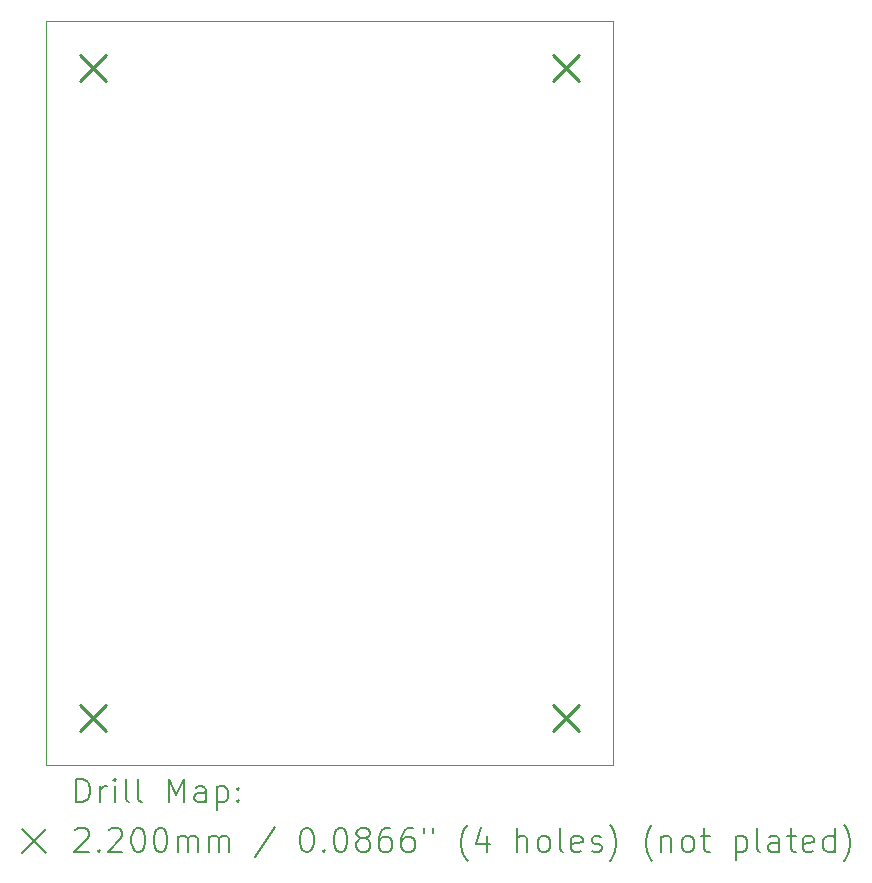
<source format=gbr>
%TF.GenerationSoftware,KiCad,Pcbnew,8.0.8*%
%TF.CreationDate,2025-01-19T15:48:11-06:00*%
%TF.ProjectId,Block-JAN6418,426c6f63-6b2d-44a4-914e-363431382e6b,rev?*%
%TF.SameCoordinates,Original*%
%TF.FileFunction,Drillmap*%
%TF.FilePolarity,Positive*%
%FSLAX45Y45*%
G04 Gerber Fmt 4.5, Leading zero omitted, Abs format (unit mm)*
G04 Created by KiCad (PCBNEW 8.0.8) date 2025-01-19 15:48:11*
%MOMM*%
%LPD*%
G01*
G04 APERTURE LIST*
%ADD10C,0.050000*%
%ADD11C,0.200000*%
%ADD12C,0.220000*%
G04 APERTURE END LIST*
D10*
X5000000Y-3500000D02*
X9800000Y-3500000D01*
X9800000Y-9800000D01*
X5000000Y-9800000D01*
X5000000Y-3500000D01*
D11*
D12*
X5290000Y-3790000D02*
X5510000Y-4010000D01*
X5510000Y-3790000D02*
X5290000Y-4010000D01*
X5290000Y-9290000D02*
X5510000Y-9510000D01*
X5510000Y-9290000D02*
X5290000Y-9510000D01*
X9290000Y-3790000D02*
X9510000Y-4010000D01*
X9510000Y-3790000D02*
X9290000Y-4010000D01*
X9290000Y-9290000D02*
X9510000Y-9510000D01*
X9510000Y-9290000D02*
X9290000Y-9510000D01*
D11*
X5258277Y-10113984D02*
X5258277Y-9913984D01*
X5258277Y-9913984D02*
X5305896Y-9913984D01*
X5305896Y-9913984D02*
X5334467Y-9923508D01*
X5334467Y-9923508D02*
X5353515Y-9942555D01*
X5353515Y-9942555D02*
X5363039Y-9961603D01*
X5363039Y-9961603D02*
X5372563Y-9999698D01*
X5372563Y-9999698D02*
X5372563Y-10028270D01*
X5372563Y-10028270D02*
X5363039Y-10066365D01*
X5363039Y-10066365D02*
X5353515Y-10085412D01*
X5353515Y-10085412D02*
X5334467Y-10104460D01*
X5334467Y-10104460D02*
X5305896Y-10113984D01*
X5305896Y-10113984D02*
X5258277Y-10113984D01*
X5458277Y-10113984D02*
X5458277Y-9980650D01*
X5458277Y-10018746D02*
X5467801Y-9999698D01*
X5467801Y-9999698D02*
X5477324Y-9990174D01*
X5477324Y-9990174D02*
X5496372Y-9980650D01*
X5496372Y-9980650D02*
X5515420Y-9980650D01*
X5582086Y-10113984D02*
X5582086Y-9980650D01*
X5582086Y-9913984D02*
X5572563Y-9923508D01*
X5572563Y-9923508D02*
X5582086Y-9933031D01*
X5582086Y-9933031D02*
X5591610Y-9923508D01*
X5591610Y-9923508D02*
X5582086Y-9913984D01*
X5582086Y-9913984D02*
X5582086Y-9933031D01*
X5705896Y-10113984D02*
X5686848Y-10104460D01*
X5686848Y-10104460D02*
X5677324Y-10085412D01*
X5677324Y-10085412D02*
X5677324Y-9913984D01*
X5810658Y-10113984D02*
X5791610Y-10104460D01*
X5791610Y-10104460D02*
X5782086Y-10085412D01*
X5782086Y-10085412D02*
X5782086Y-9913984D01*
X6039229Y-10113984D02*
X6039229Y-9913984D01*
X6039229Y-9913984D02*
X6105896Y-10056841D01*
X6105896Y-10056841D02*
X6172562Y-9913984D01*
X6172562Y-9913984D02*
X6172562Y-10113984D01*
X6353515Y-10113984D02*
X6353515Y-10009222D01*
X6353515Y-10009222D02*
X6343991Y-9990174D01*
X6343991Y-9990174D02*
X6324943Y-9980650D01*
X6324943Y-9980650D02*
X6286848Y-9980650D01*
X6286848Y-9980650D02*
X6267801Y-9990174D01*
X6353515Y-10104460D02*
X6334467Y-10113984D01*
X6334467Y-10113984D02*
X6286848Y-10113984D01*
X6286848Y-10113984D02*
X6267801Y-10104460D01*
X6267801Y-10104460D02*
X6258277Y-10085412D01*
X6258277Y-10085412D02*
X6258277Y-10066365D01*
X6258277Y-10066365D02*
X6267801Y-10047317D01*
X6267801Y-10047317D02*
X6286848Y-10037793D01*
X6286848Y-10037793D02*
X6334467Y-10037793D01*
X6334467Y-10037793D02*
X6353515Y-10028270D01*
X6448753Y-9980650D02*
X6448753Y-10180650D01*
X6448753Y-9990174D02*
X6467801Y-9980650D01*
X6467801Y-9980650D02*
X6505896Y-9980650D01*
X6505896Y-9980650D02*
X6524943Y-9990174D01*
X6524943Y-9990174D02*
X6534467Y-9999698D01*
X6534467Y-9999698D02*
X6543991Y-10018746D01*
X6543991Y-10018746D02*
X6543991Y-10075889D01*
X6543991Y-10075889D02*
X6534467Y-10094936D01*
X6534467Y-10094936D02*
X6524943Y-10104460D01*
X6524943Y-10104460D02*
X6505896Y-10113984D01*
X6505896Y-10113984D02*
X6467801Y-10113984D01*
X6467801Y-10113984D02*
X6448753Y-10104460D01*
X6629705Y-10094936D02*
X6639229Y-10104460D01*
X6639229Y-10104460D02*
X6629705Y-10113984D01*
X6629705Y-10113984D02*
X6620182Y-10104460D01*
X6620182Y-10104460D02*
X6629705Y-10094936D01*
X6629705Y-10094936D02*
X6629705Y-10113984D01*
X6629705Y-9990174D02*
X6639229Y-9999698D01*
X6639229Y-9999698D02*
X6629705Y-10009222D01*
X6629705Y-10009222D02*
X6620182Y-9999698D01*
X6620182Y-9999698D02*
X6629705Y-9990174D01*
X6629705Y-9990174D02*
X6629705Y-10009222D01*
X4797500Y-10342500D02*
X4997500Y-10542500D01*
X4997500Y-10342500D02*
X4797500Y-10542500D01*
X5248753Y-10353031D02*
X5258277Y-10343508D01*
X5258277Y-10343508D02*
X5277324Y-10333984D01*
X5277324Y-10333984D02*
X5324944Y-10333984D01*
X5324944Y-10333984D02*
X5343991Y-10343508D01*
X5343991Y-10343508D02*
X5353515Y-10353031D01*
X5353515Y-10353031D02*
X5363039Y-10372079D01*
X5363039Y-10372079D02*
X5363039Y-10391127D01*
X5363039Y-10391127D02*
X5353515Y-10419698D01*
X5353515Y-10419698D02*
X5239229Y-10533984D01*
X5239229Y-10533984D02*
X5363039Y-10533984D01*
X5448753Y-10514936D02*
X5458277Y-10524460D01*
X5458277Y-10524460D02*
X5448753Y-10533984D01*
X5448753Y-10533984D02*
X5439229Y-10524460D01*
X5439229Y-10524460D02*
X5448753Y-10514936D01*
X5448753Y-10514936D02*
X5448753Y-10533984D01*
X5534467Y-10353031D02*
X5543991Y-10343508D01*
X5543991Y-10343508D02*
X5563039Y-10333984D01*
X5563039Y-10333984D02*
X5610658Y-10333984D01*
X5610658Y-10333984D02*
X5629705Y-10343508D01*
X5629705Y-10343508D02*
X5639229Y-10353031D01*
X5639229Y-10353031D02*
X5648753Y-10372079D01*
X5648753Y-10372079D02*
X5648753Y-10391127D01*
X5648753Y-10391127D02*
X5639229Y-10419698D01*
X5639229Y-10419698D02*
X5524944Y-10533984D01*
X5524944Y-10533984D02*
X5648753Y-10533984D01*
X5772562Y-10333984D02*
X5791610Y-10333984D01*
X5791610Y-10333984D02*
X5810658Y-10343508D01*
X5810658Y-10343508D02*
X5820182Y-10353031D01*
X5820182Y-10353031D02*
X5829705Y-10372079D01*
X5829705Y-10372079D02*
X5839229Y-10410174D01*
X5839229Y-10410174D02*
X5839229Y-10457793D01*
X5839229Y-10457793D02*
X5829705Y-10495889D01*
X5829705Y-10495889D02*
X5820182Y-10514936D01*
X5820182Y-10514936D02*
X5810658Y-10524460D01*
X5810658Y-10524460D02*
X5791610Y-10533984D01*
X5791610Y-10533984D02*
X5772562Y-10533984D01*
X5772562Y-10533984D02*
X5753515Y-10524460D01*
X5753515Y-10524460D02*
X5743991Y-10514936D01*
X5743991Y-10514936D02*
X5734467Y-10495889D01*
X5734467Y-10495889D02*
X5724943Y-10457793D01*
X5724943Y-10457793D02*
X5724943Y-10410174D01*
X5724943Y-10410174D02*
X5734467Y-10372079D01*
X5734467Y-10372079D02*
X5743991Y-10353031D01*
X5743991Y-10353031D02*
X5753515Y-10343508D01*
X5753515Y-10343508D02*
X5772562Y-10333984D01*
X5963039Y-10333984D02*
X5982086Y-10333984D01*
X5982086Y-10333984D02*
X6001134Y-10343508D01*
X6001134Y-10343508D02*
X6010658Y-10353031D01*
X6010658Y-10353031D02*
X6020182Y-10372079D01*
X6020182Y-10372079D02*
X6029705Y-10410174D01*
X6029705Y-10410174D02*
X6029705Y-10457793D01*
X6029705Y-10457793D02*
X6020182Y-10495889D01*
X6020182Y-10495889D02*
X6010658Y-10514936D01*
X6010658Y-10514936D02*
X6001134Y-10524460D01*
X6001134Y-10524460D02*
X5982086Y-10533984D01*
X5982086Y-10533984D02*
X5963039Y-10533984D01*
X5963039Y-10533984D02*
X5943991Y-10524460D01*
X5943991Y-10524460D02*
X5934467Y-10514936D01*
X5934467Y-10514936D02*
X5924943Y-10495889D01*
X5924943Y-10495889D02*
X5915420Y-10457793D01*
X5915420Y-10457793D02*
X5915420Y-10410174D01*
X5915420Y-10410174D02*
X5924943Y-10372079D01*
X5924943Y-10372079D02*
X5934467Y-10353031D01*
X5934467Y-10353031D02*
X5943991Y-10343508D01*
X5943991Y-10343508D02*
X5963039Y-10333984D01*
X6115420Y-10533984D02*
X6115420Y-10400650D01*
X6115420Y-10419698D02*
X6124943Y-10410174D01*
X6124943Y-10410174D02*
X6143991Y-10400650D01*
X6143991Y-10400650D02*
X6172563Y-10400650D01*
X6172563Y-10400650D02*
X6191610Y-10410174D01*
X6191610Y-10410174D02*
X6201134Y-10429222D01*
X6201134Y-10429222D02*
X6201134Y-10533984D01*
X6201134Y-10429222D02*
X6210658Y-10410174D01*
X6210658Y-10410174D02*
X6229705Y-10400650D01*
X6229705Y-10400650D02*
X6258277Y-10400650D01*
X6258277Y-10400650D02*
X6277324Y-10410174D01*
X6277324Y-10410174D02*
X6286848Y-10429222D01*
X6286848Y-10429222D02*
X6286848Y-10533984D01*
X6382086Y-10533984D02*
X6382086Y-10400650D01*
X6382086Y-10419698D02*
X6391610Y-10410174D01*
X6391610Y-10410174D02*
X6410658Y-10400650D01*
X6410658Y-10400650D02*
X6439229Y-10400650D01*
X6439229Y-10400650D02*
X6458277Y-10410174D01*
X6458277Y-10410174D02*
X6467801Y-10429222D01*
X6467801Y-10429222D02*
X6467801Y-10533984D01*
X6467801Y-10429222D02*
X6477324Y-10410174D01*
X6477324Y-10410174D02*
X6496372Y-10400650D01*
X6496372Y-10400650D02*
X6524943Y-10400650D01*
X6524943Y-10400650D02*
X6543991Y-10410174D01*
X6543991Y-10410174D02*
X6553515Y-10429222D01*
X6553515Y-10429222D02*
X6553515Y-10533984D01*
X6943991Y-10324460D02*
X6772563Y-10581603D01*
X7201134Y-10333984D02*
X7220182Y-10333984D01*
X7220182Y-10333984D02*
X7239229Y-10343508D01*
X7239229Y-10343508D02*
X7248753Y-10353031D01*
X7248753Y-10353031D02*
X7258277Y-10372079D01*
X7258277Y-10372079D02*
X7267801Y-10410174D01*
X7267801Y-10410174D02*
X7267801Y-10457793D01*
X7267801Y-10457793D02*
X7258277Y-10495889D01*
X7258277Y-10495889D02*
X7248753Y-10514936D01*
X7248753Y-10514936D02*
X7239229Y-10524460D01*
X7239229Y-10524460D02*
X7220182Y-10533984D01*
X7220182Y-10533984D02*
X7201134Y-10533984D01*
X7201134Y-10533984D02*
X7182086Y-10524460D01*
X7182086Y-10524460D02*
X7172563Y-10514936D01*
X7172563Y-10514936D02*
X7163039Y-10495889D01*
X7163039Y-10495889D02*
X7153515Y-10457793D01*
X7153515Y-10457793D02*
X7153515Y-10410174D01*
X7153515Y-10410174D02*
X7163039Y-10372079D01*
X7163039Y-10372079D02*
X7172563Y-10353031D01*
X7172563Y-10353031D02*
X7182086Y-10343508D01*
X7182086Y-10343508D02*
X7201134Y-10333984D01*
X7353515Y-10514936D02*
X7363039Y-10524460D01*
X7363039Y-10524460D02*
X7353515Y-10533984D01*
X7353515Y-10533984D02*
X7343991Y-10524460D01*
X7343991Y-10524460D02*
X7353515Y-10514936D01*
X7353515Y-10514936D02*
X7353515Y-10533984D01*
X7486848Y-10333984D02*
X7505896Y-10333984D01*
X7505896Y-10333984D02*
X7524944Y-10343508D01*
X7524944Y-10343508D02*
X7534467Y-10353031D01*
X7534467Y-10353031D02*
X7543991Y-10372079D01*
X7543991Y-10372079D02*
X7553515Y-10410174D01*
X7553515Y-10410174D02*
X7553515Y-10457793D01*
X7553515Y-10457793D02*
X7543991Y-10495889D01*
X7543991Y-10495889D02*
X7534467Y-10514936D01*
X7534467Y-10514936D02*
X7524944Y-10524460D01*
X7524944Y-10524460D02*
X7505896Y-10533984D01*
X7505896Y-10533984D02*
X7486848Y-10533984D01*
X7486848Y-10533984D02*
X7467801Y-10524460D01*
X7467801Y-10524460D02*
X7458277Y-10514936D01*
X7458277Y-10514936D02*
X7448753Y-10495889D01*
X7448753Y-10495889D02*
X7439229Y-10457793D01*
X7439229Y-10457793D02*
X7439229Y-10410174D01*
X7439229Y-10410174D02*
X7448753Y-10372079D01*
X7448753Y-10372079D02*
X7458277Y-10353031D01*
X7458277Y-10353031D02*
X7467801Y-10343508D01*
X7467801Y-10343508D02*
X7486848Y-10333984D01*
X7667801Y-10419698D02*
X7648753Y-10410174D01*
X7648753Y-10410174D02*
X7639229Y-10400650D01*
X7639229Y-10400650D02*
X7629706Y-10381603D01*
X7629706Y-10381603D02*
X7629706Y-10372079D01*
X7629706Y-10372079D02*
X7639229Y-10353031D01*
X7639229Y-10353031D02*
X7648753Y-10343508D01*
X7648753Y-10343508D02*
X7667801Y-10333984D01*
X7667801Y-10333984D02*
X7705896Y-10333984D01*
X7705896Y-10333984D02*
X7724944Y-10343508D01*
X7724944Y-10343508D02*
X7734467Y-10353031D01*
X7734467Y-10353031D02*
X7743991Y-10372079D01*
X7743991Y-10372079D02*
X7743991Y-10381603D01*
X7743991Y-10381603D02*
X7734467Y-10400650D01*
X7734467Y-10400650D02*
X7724944Y-10410174D01*
X7724944Y-10410174D02*
X7705896Y-10419698D01*
X7705896Y-10419698D02*
X7667801Y-10419698D01*
X7667801Y-10419698D02*
X7648753Y-10429222D01*
X7648753Y-10429222D02*
X7639229Y-10438746D01*
X7639229Y-10438746D02*
X7629706Y-10457793D01*
X7629706Y-10457793D02*
X7629706Y-10495889D01*
X7629706Y-10495889D02*
X7639229Y-10514936D01*
X7639229Y-10514936D02*
X7648753Y-10524460D01*
X7648753Y-10524460D02*
X7667801Y-10533984D01*
X7667801Y-10533984D02*
X7705896Y-10533984D01*
X7705896Y-10533984D02*
X7724944Y-10524460D01*
X7724944Y-10524460D02*
X7734467Y-10514936D01*
X7734467Y-10514936D02*
X7743991Y-10495889D01*
X7743991Y-10495889D02*
X7743991Y-10457793D01*
X7743991Y-10457793D02*
X7734467Y-10438746D01*
X7734467Y-10438746D02*
X7724944Y-10429222D01*
X7724944Y-10429222D02*
X7705896Y-10419698D01*
X7915420Y-10333984D02*
X7877325Y-10333984D01*
X7877325Y-10333984D02*
X7858277Y-10343508D01*
X7858277Y-10343508D02*
X7848753Y-10353031D01*
X7848753Y-10353031D02*
X7829706Y-10381603D01*
X7829706Y-10381603D02*
X7820182Y-10419698D01*
X7820182Y-10419698D02*
X7820182Y-10495889D01*
X7820182Y-10495889D02*
X7829706Y-10514936D01*
X7829706Y-10514936D02*
X7839229Y-10524460D01*
X7839229Y-10524460D02*
X7858277Y-10533984D01*
X7858277Y-10533984D02*
X7896372Y-10533984D01*
X7896372Y-10533984D02*
X7915420Y-10524460D01*
X7915420Y-10524460D02*
X7924944Y-10514936D01*
X7924944Y-10514936D02*
X7934467Y-10495889D01*
X7934467Y-10495889D02*
X7934467Y-10448270D01*
X7934467Y-10448270D02*
X7924944Y-10429222D01*
X7924944Y-10429222D02*
X7915420Y-10419698D01*
X7915420Y-10419698D02*
X7896372Y-10410174D01*
X7896372Y-10410174D02*
X7858277Y-10410174D01*
X7858277Y-10410174D02*
X7839229Y-10419698D01*
X7839229Y-10419698D02*
X7829706Y-10429222D01*
X7829706Y-10429222D02*
X7820182Y-10448270D01*
X8105896Y-10333984D02*
X8067801Y-10333984D01*
X8067801Y-10333984D02*
X8048753Y-10343508D01*
X8048753Y-10343508D02*
X8039229Y-10353031D01*
X8039229Y-10353031D02*
X8020182Y-10381603D01*
X8020182Y-10381603D02*
X8010658Y-10419698D01*
X8010658Y-10419698D02*
X8010658Y-10495889D01*
X8010658Y-10495889D02*
X8020182Y-10514936D01*
X8020182Y-10514936D02*
X8029706Y-10524460D01*
X8029706Y-10524460D02*
X8048753Y-10533984D01*
X8048753Y-10533984D02*
X8086848Y-10533984D01*
X8086848Y-10533984D02*
X8105896Y-10524460D01*
X8105896Y-10524460D02*
X8115420Y-10514936D01*
X8115420Y-10514936D02*
X8124944Y-10495889D01*
X8124944Y-10495889D02*
X8124944Y-10448270D01*
X8124944Y-10448270D02*
X8115420Y-10429222D01*
X8115420Y-10429222D02*
X8105896Y-10419698D01*
X8105896Y-10419698D02*
X8086848Y-10410174D01*
X8086848Y-10410174D02*
X8048753Y-10410174D01*
X8048753Y-10410174D02*
X8029706Y-10419698D01*
X8029706Y-10419698D02*
X8020182Y-10429222D01*
X8020182Y-10429222D02*
X8010658Y-10448270D01*
X8201134Y-10333984D02*
X8201134Y-10372079D01*
X8277325Y-10333984D02*
X8277325Y-10372079D01*
X8572563Y-10610174D02*
X8563039Y-10600650D01*
X8563039Y-10600650D02*
X8543991Y-10572079D01*
X8543991Y-10572079D02*
X8534468Y-10553031D01*
X8534468Y-10553031D02*
X8524944Y-10524460D01*
X8524944Y-10524460D02*
X8515420Y-10476841D01*
X8515420Y-10476841D02*
X8515420Y-10438746D01*
X8515420Y-10438746D02*
X8524944Y-10391127D01*
X8524944Y-10391127D02*
X8534468Y-10362555D01*
X8534468Y-10362555D02*
X8543991Y-10343508D01*
X8543991Y-10343508D02*
X8563039Y-10314936D01*
X8563039Y-10314936D02*
X8572563Y-10305412D01*
X8734468Y-10400650D02*
X8734468Y-10533984D01*
X8686849Y-10324460D02*
X8639230Y-10467317D01*
X8639230Y-10467317D02*
X8763039Y-10467317D01*
X8991611Y-10533984D02*
X8991611Y-10333984D01*
X9077325Y-10533984D02*
X9077325Y-10429222D01*
X9077325Y-10429222D02*
X9067801Y-10410174D01*
X9067801Y-10410174D02*
X9048753Y-10400650D01*
X9048753Y-10400650D02*
X9020182Y-10400650D01*
X9020182Y-10400650D02*
X9001134Y-10410174D01*
X9001134Y-10410174D02*
X8991611Y-10419698D01*
X9201134Y-10533984D02*
X9182087Y-10524460D01*
X9182087Y-10524460D02*
X9172563Y-10514936D01*
X9172563Y-10514936D02*
X9163039Y-10495889D01*
X9163039Y-10495889D02*
X9163039Y-10438746D01*
X9163039Y-10438746D02*
X9172563Y-10419698D01*
X9172563Y-10419698D02*
X9182087Y-10410174D01*
X9182087Y-10410174D02*
X9201134Y-10400650D01*
X9201134Y-10400650D02*
X9229706Y-10400650D01*
X9229706Y-10400650D02*
X9248753Y-10410174D01*
X9248753Y-10410174D02*
X9258277Y-10419698D01*
X9258277Y-10419698D02*
X9267801Y-10438746D01*
X9267801Y-10438746D02*
X9267801Y-10495889D01*
X9267801Y-10495889D02*
X9258277Y-10514936D01*
X9258277Y-10514936D02*
X9248753Y-10524460D01*
X9248753Y-10524460D02*
X9229706Y-10533984D01*
X9229706Y-10533984D02*
X9201134Y-10533984D01*
X9382087Y-10533984D02*
X9363039Y-10524460D01*
X9363039Y-10524460D02*
X9353515Y-10505412D01*
X9353515Y-10505412D02*
X9353515Y-10333984D01*
X9534468Y-10524460D02*
X9515420Y-10533984D01*
X9515420Y-10533984D02*
X9477325Y-10533984D01*
X9477325Y-10533984D02*
X9458277Y-10524460D01*
X9458277Y-10524460D02*
X9448753Y-10505412D01*
X9448753Y-10505412D02*
X9448753Y-10429222D01*
X9448753Y-10429222D02*
X9458277Y-10410174D01*
X9458277Y-10410174D02*
X9477325Y-10400650D01*
X9477325Y-10400650D02*
X9515420Y-10400650D01*
X9515420Y-10400650D02*
X9534468Y-10410174D01*
X9534468Y-10410174D02*
X9543992Y-10429222D01*
X9543992Y-10429222D02*
X9543992Y-10448270D01*
X9543992Y-10448270D02*
X9448753Y-10467317D01*
X9620182Y-10524460D02*
X9639230Y-10533984D01*
X9639230Y-10533984D02*
X9677325Y-10533984D01*
X9677325Y-10533984D02*
X9696373Y-10524460D01*
X9696373Y-10524460D02*
X9705896Y-10505412D01*
X9705896Y-10505412D02*
X9705896Y-10495889D01*
X9705896Y-10495889D02*
X9696373Y-10476841D01*
X9696373Y-10476841D02*
X9677325Y-10467317D01*
X9677325Y-10467317D02*
X9648753Y-10467317D01*
X9648753Y-10467317D02*
X9629706Y-10457793D01*
X9629706Y-10457793D02*
X9620182Y-10438746D01*
X9620182Y-10438746D02*
X9620182Y-10429222D01*
X9620182Y-10429222D02*
X9629706Y-10410174D01*
X9629706Y-10410174D02*
X9648753Y-10400650D01*
X9648753Y-10400650D02*
X9677325Y-10400650D01*
X9677325Y-10400650D02*
X9696373Y-10410174D01*
X9772563Y-10610174D02*
X9782087Y-10600650D01*
X9782087Y-10600650D02*
X9801134Y-10572079D01*
X9801134Y-10572079D02*
X9810658Y-10553031D01*
X9810658Y-10553031D02*
X9820182Y-10524460D01*
X9820182Y-10524460D02*
X9829706Y-10476841D01*
X9829706Y-10476841D02*
X9829706Y-10438746D01*
X9829706Y-10438746D02*
X9820182Y-10391127D01*
X9820182Y-10391127D02*
X9810658Y-10362555D01*
X9810658Y-10362555D02*
X9801134Y-10343508D01*
X9801134Y-10343508D02*
X9782087Y-10314936D01*
X9782087Y-10314936D02*
X9772563Y-10305412D01*
X10134468Y-10610174D02*
X10124944Y-10600650D01*
X10124944Y-10600650D02*
X10105896Y-10572079D01*
X10105896Y-10572079D02*
X10096373Y-10553031D01*
X10096373Y-10553031D02*
X10086849Y-10524460D01*
X10086849Y-10524460D02*
X10077325Y-10476841D01*
X10077325Y-10476841D02*
X10077325Y-10438746D01*
X10077325Y-10438746D02*
X10086849Y-10391127D01*
X10086849Y-10391127D02*
X10096373Y-10362555D01*
X10096373Y-10362555D02*
X10105896Y-10343508D01*
X10105896Y-10343508D02*
X10124944Y-10314936D01*
X10124944Y-10314936D02*
X10134468Y-10305412D01*
X10210658Y-10400650D02*
X10210658Y-10533984D01*
X10210658Y-10419698D02*
X10220182Y-10410174D01*
X10220182Y-10410174D02*
X10239230Y-10400650D01*
X10239230Y-10400650D02*
X10267801Y-10400650D01*
X10267801Y-10400650D02*
X10286849Y-10410174D01*
X10286849Y-10410174D02*
X10296373Y-10429222D01*
X10296373Y-10429222D02*
X10296373Y-10533984D01*
X10420182Y-10533984D02*
X10401134Y-10524460D01*
X10401134Y-10524460D02*
X10391611Y-10514936D01*
X10391611Y-10514936D02*
X10382087Y-10495889D01*
X10382087Y-10495889D02*
X10382087Y-10438746D01*
X10382087Y-10438746D02*
X10391611Y-10419698D01*
X10391611Y-10419698D02*
X10401134Y-10410174D01*
X10401134Y-10410174D02*
X10420182Y-10400650D01*
X10420182Y-10400650D02*
X10448754Y-10400650D01*
X10448754Y-10400650D02*
X10467801Y-10410174D01*
X10467801Y-10410174D02*
X10477325Y-10419698D01*
X10477325Y-10419698D02*
X10486849Y-10438746D01*
X10486849Y-10438746D02*
X10486849Y-10495889D01*
X10486849Y-10495889D02*
X10477325Y-10514936D01*
X10477325Y-10514936D02*
X10467801Y-10524460D01*
X10467801Y-10524460D02*
X10448754Y-10533984D01*
X10448754Y-10533984D02*
X10420182Y-10533984D01*
X10543992Y-10400650D02*
X10620182Y-10400650D01*
X10572563Y-10333984D02*
X10572563Y-10505412D01*
X10572563Y-10505412D02*
X10582087Y-10524460D01*
X10582087Y-10524460D02*
X10601134Y-10533984D01*
X10601134Y-10533984D02*
X10620182Y-10533984D01*
X10839230Y-10400650D02*
X10839230Y-10600650D01*
X10839230Y-10410174D02*
X10858277Y-10400650D01*
X10858277Y-10400650D02*
X10896373Y-10400650D01*
X10896373Y-10400650D02*
X10915420Y-10410174D01*
X10915420Y-10410174D02*
X10924944Y-10419698D01*
X10924944Y-10419698D02*
X10934468Y-10438746D01*
X10934468Y-10438746D02*
X10934468Y-10495889D01*
X10934468Y-10495889D02*
X10924944Y-10514936D01*
X10924944Y-10514936D02*
X10915420Y-10524460D01*
X10915420Y-10524460D02*
X10896373Y-10533984D01*
X10896373Y-10533984D02*
X10858277Y-10533984D01*
X10858277Y-10533984D02*
X10839230Y-10524460D01*
X11048754Y-10533984D02*
X11029706Y-10524460D01*
X11029706Y-10524460D02*
X11020182Y-10505412D01*
X11020182Y-10505412D02*
X11020182Y-10333984D01*
X11210658Y-10533984D02*
X11210658Y-10429222D01*
X11210658Y-10429222D02*
X11201134Y-10410174D01*
X11201134Y-10410174D02*
X11182087Y-10400650D01*
X11182087Y-10400650D02*
X11143992Y-10400650D01*
X11143992Y-10400650D02*
X11124944Y-10410174D01*
X11210658Y-10524460D02*
X11191611Y-10533984D01*
X11191611Y-10533984D02*
X11143992Y-10533984D01*
X11143992Y-10533984D02*
X11124944Y-10524460D01*
X11124944Y-10524460D02*
X11115420Y-10505412D01*
X11115420Y-10505412D02*
X11115420Y-10486365D01*
X11115420Y-10486365D02*
X11124944Y-10467317D01*
X11124944Y-10467317D02*
X11143992Y-10457793D01*
X11143992Y-10457793D02*
X11191611Y-10457793D01*
X11191611Y-10457793D02*
X11210658Y-10448270D01*
X11277325Y-10400650D02*
X11353515Y-10400650D01*
X11305896Y-10333984D02*
X11305896Y-10505412D01*
X11305896Y-10505412D02*
X11315420Y-10524460D01*
X11315420Y-10524460D02*
X11334468Y-10533984D01*
X11334468Y-10533984D02*
X11353515Y-10533984D01*
X11496373Y-10524460D02*
X11477325Y-10533984D01*
X11477325Y-10533984D02*
X11439230Y-10533984D01*
X11439230Y-10533984D02*
X11420182Y-10524460D01*
X11420182Y-10524460D02*
X11410658Y-10505412D01*
X11410658Y-10505412D02*
X11410658Y-10429222D01*
X11410658Y-10429222D02*
X11420182Y-10410174D01*
X11420182Y-10410174D02*
X11439230Y-10400650D01*
X11439230Y-10400650D02*
X11477325Y-10400650D01*
X11477325Y-10400650D02*
X11496373Y-10410174D01*
X11496373Y-10410174D02*
X11505896Y-10429222D01*
X11505896Y-10429222D02*
X11505896Y-10448270D01*
X11505896Y-10448270D02*
X11410658Y-10467317D01*
X11677325Y-10533984D02*
X11677325Y-10333984D01*
X11677325Y-10524460D02*
X11658277Y-10533984D01*
X11658277Y-10533984D02*
X11620182Y-10533984D01*
X11620182Y-10533984D02*
X11601134Y-10524460D01*
X11601134Y-10524460D02*
X11591611Y-10514936D01*
X11591611Y-10514936D02*
X11582087Y-10495889D01*
X11582087Y-10495889D02*
X11582087Y-10438746D01*
X11582087Y-10438746D02*
X11591611Y-10419698D01*
X11591611Y-10419698D02*
X11601134Y-10410174D01*
X11601134Y-10410174D02*
X11620182Y-10400650D01*
X11620182Y-10400650D02*
X11658277Y-10400650D01*
X11658277Y-10400650D02*
X11677325Y-10410174D01*
X11753515Y-10610174D02*
X11763039Y-10600650D01*
X11763039Y-10600650D02*
X11782087Y-10572079D01*
X11782087Y-10572079D02*
X11791611Y-10553031D01*
X11791611Y-10553031D02*
X11801134Y-10524460D01*
X11801134Y-10524460D02*
X11810658Y-10476841D01*
X11810658Y-10476841D02*
X11810658Y-10438746D01*
X11810658Y-10438746D02*
X11801134Y-10391127D01*
X11801134Y-10391127D02*
X11791611Y-10362555D01*
X11791611Y-10362555D02*
X11782087Y-10343508D01*
X11782087Y-10343508D02*
X11763039Y-10314936D01*
X11763039Y-10314936D02*
X11753515Y-10305412D01*
M02*

</source>
